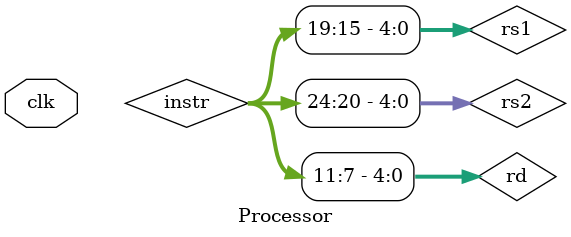
<source format=v>
module Processor(
  input clk
  );

  // Program counter
  reg  [31:0] pc_current;
  wire [31:0] pc_next;
     
  initial begin
    pc_current <= 0;
  end
 
  // Update to pc_next on rising clock
  always @(posedge clk)
  begin 
    pc_current <= pc_next;   
  end

  assign pc_next = pc_current + 4;
  
  // Instruction memory
  wire [31:0] instr;
  InstructionMemory im(
    .addr(pc_current),
    .instr(instr)
    ); 
  
  // Control Unit
  wire [3:0] alu_op;
  wire reg_write_en;
  
  ControlUnit cu(
    .instr(instr),
    .alu_op(alu_op),
    .reg_write_en(reg_write_en)
    );
  
  // Registers
  wire [4:0]  rd;
  wire [31:0] rd_value;
  wire [4:0]  rs1;
  wire [31:0] rs1_value;
  wire [4:0]  rs2;
  wire [31:0] rs2_value;
  
 
  // Map the register numbers to fields in the instruction 
  assign rs1    = instr[19:15];
  assign rs2    = instr[24:20];
  assign rd     = instr[11:7];
  
  Registers regs(
    .clk(clk),
    .reg_write_en(reg_write_en),
    .rd(rd), 
    .rd_value(rd_value),
    .rs1(rs1),
    .rs2(rs2),
    .rs1_value(rs1_value),
    .rs2_value(rs2_value)
    );
  
  
  // ALU
  wire [31:0] alu_out;
  
  ALU alu(
    .a(rs1_value),
    .b(rs2_value),
    .alu_op(alu_op),
    .result(alu_out) 
    );
  
  assign rd_value = alu_out;
endmodule
</source>
